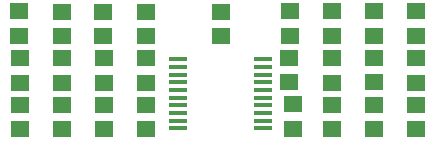
<source format=gtp>
G04 MADE WITH FRITZING*
G04 WWW.FRITZING.ORG*
G04 DOUBLE SIDED*
G04 HOLES PLATED*
G04 CONTOUR ON CENTER OF CONTOUR VECTOR*
%ASAXBY*%
%FSLAX23Y23*%
%MOIN*%
%OFA0B0*%
%SFA1.0B1.0*%
%ADD10R,0.059055X0.015748*%
%ADD11R,0.059055X0.055118*%
%ADD12R,0.001000X0.001000*%
%LNPASTEMASK1*%
G90*
G70*
G54D10*
X603Y532D03*
X603Y506D03*
X603Y480D03*
X603Y455D03*
X603Y429D03*
X603Y404D03*
X603Y378D03*
X603Y352D03*
X603Y327D03*
X603Y301D03*
X889Y301D03*
X889Y327D03*
X889Y352D03*
X889Y378D03*
X889Y404D03*
X889Y429D03*
X889Y455D03*
X889Y480D03*
X889Y506D03*
X889Y532D03*
G54D11*
X1256Y299D03*
X1256Y380D03*
X1396Y299D03*
X1396Y379D03*
X746Y609D03*
X746Y690D03*
X1116Y299D03*
X1116Y380D03*
X986Y300D03*
X986Y381D03*
X76Y299D03*
X76Y380D03*
X216Y299D03*
X216Y380D03*
X356Y299D03*
X356Y380D03*
X496Y298D03*
X496Y379D03*
X496Y454D03*
X496Y535D03*
X356Y454D03*
X356Y535D03*
X216Y454D03*
X216Y535D03*
X1116Y454D03*
X1116Y535D03*
X975Y455D03*
X975Y536D03*
X1396Y454D03*
X1396Y535D03*
X76Y454D03*
X76Y535D03*
X1256Y455D03*
X1256Y535D03*
X216Y609D03*
X216Y690D03*
X75Y610D03*
X75Y691D03*
X1396Y610D03*
X1396Y691D03*
X496Y609D03*
X496Y690D03*
X355Y609D03*
X355Y690D03*
X1256Y610D03*
X1256Y691D03*
X976Y610D03*
X976Y691D03*
X1116Y610D03*
X1116Y691D03*
G54D12*
D02*
G04 End of PasteMask1*
M02*
</source>
